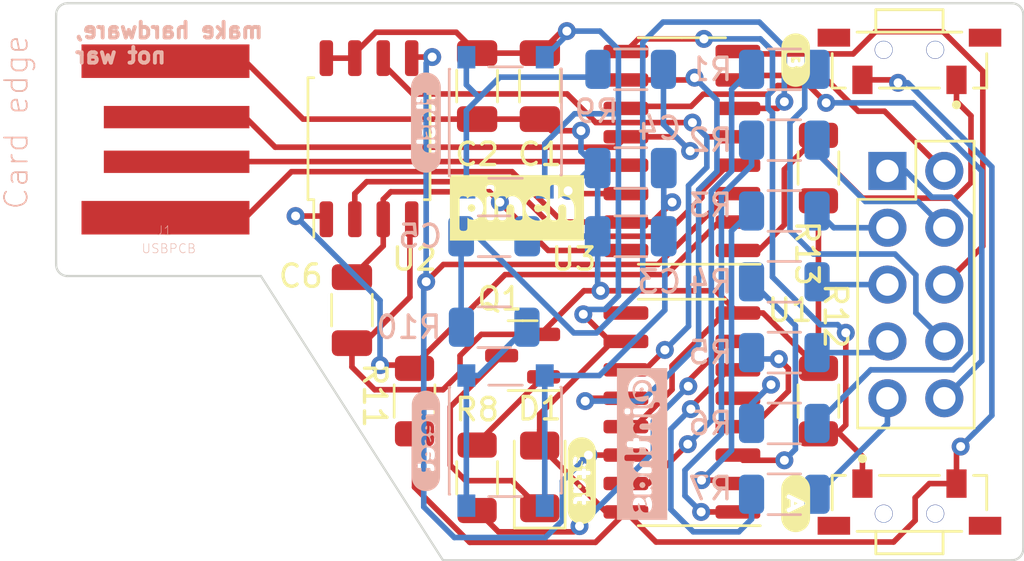
<source format=kicad_pcb>
(kicad_pcb (version 20211014) (generator pcbnew)
  (layers (0 "F.Cu" signal) (31 "B.Cu" signal) (34 "B.Paste" user) (35 "F.Paste" user) (36 "B.SilkS" user "B.Silkscreen") (37 "F.SilkS" user "F.Silkscreen") (38 "B.Mask" user) (39 "F.Mask" user) (44 "Edge.Cuts" user))
  (net 0 "")
  (net 1 "VCC")
  (net 2 "GND")
  (net 3 "VBUS")
  (net 4 "RESET")
  (net 5 "Net-(D1-Pad1)")
  (net 6 "P3.6")
  (net 7 "Net-(Q1-Pad1)")
  (net 8 "Net-(R1-Pad1)")
  (net 9 "Net-(DS1-Pad7)")
  (net 10 "Net-(R2-Pad1)")
  (net 11 "Net-(DS1-Pad9)")
  (net 12 "Net-(R3-Pad1)")
  (net 13 "Net-(DS1-Pad2)")
  (net 14 "Net-(R4-Pad1)")
  (net 15 "Net-(DS1-Pad3)")
  (net 16 "Net-(R5-Pad1)")
  (net 17 "Net-(DS1-Pad4)")
  (net 18 "Net-(R6-Pad1)")
  (net 19 "Net-(DS1-Pad1)")
  (net 20 "Net-(R7-Pad1)")
  (net 21 "Net-(DS1-Pad5)")
  (net 22 "Net-(R8-Pad1)")
  (net 23 "Net-(R9-Pad2)")
  (net 24 "Net-(R10-Pad2)")
  (net 25 "P1.4")
  (net 26 "P1.1")
  (net 27 "P3.2")
  (net 29 "P1.7")
  (net 30 "P3.3")
  (net 31 "P1.5")
  (net 32 "P1.6")
  (net 33 "P3.1")
  (net 34 "P3.0")
  (net 35 "P3.4")
  (net 36 "P3.7")
  (footprint "libraries:SW_TL3330AF130QG" (layer "F.Cu") (at 154.94 81.534 180)
    (fp_text reference "SW4" hide)
    (fp_text value "BUTTON_B" hide)
  )
  (footprint "libraries:Display_2531AB" (layer "F.Cu") (at 155.48 85.852)
    (fp_text reference "DS1" hide)
    (fp_text value "NET-2531AB-11" hide)
  )
  (footprint "Capacitor_SMD:C_1206_3216Metric" (layer "F.Cu") (at 135.636 82.698 -90)
    (fp_text reference "C2")
    (fp_text value "0.1uF")
  )
  (footprint "Resistor_SMD:R_1206_3216Metric" (layer "F.Cu") (at 150.876 86.36 90)
    (fp_text reference "R13")
    (fp_text value "10K")
  )
  (footprint "Capacitor_SMD:C_1206_3216Metric" (layer "F.Cu") (at 130.048 92.71 90)
    (fp_text reference "C6")
    (fp_text value "0.1uF")
  )
  (footprint "Package_SO:SOIC-8_5.23x5.23mm_P1.27mm" (layer "F.Cu") (at 130.81 85.048 90)
    (fp_text reference "U2")
    (fp_text value "W25Q32JVSS")
  )
  (footprint "Resistor_SMD:R_1206_3216Metric" (layer "F.Cu") (at 135.636 100.202 90)
    (fp_text reference "R8")
    (fp_text value "1K")
  )
  (footprint "kibuzzard-63728B2A" (layer "F.Cu") (at 140.308 100.33 -90)
    (fp_text reference "kibuzzard-63728B2A" hide)
    (fp_text value "G***" hide)
  )
  (footprint "kibuzzard-63727E80" (layer "F.Cu") (at 149.86 81.534 -90)
    (fp_text reference "kibuzzard-63727E80" hide)
    (fp_text value "G***" hide)
  )
  (footprint "libraries:USB-A-PCB" (layer "F.Cu") (at 121.92 85.0816)
    (fp_text reference "J1")
    (fp_text value "USBPCB")
  )
  (footprint "Capacitor_SMD:C_1206_3216Metric" (layer "F.Cu") (at 138.438 82.698 -90)
    (fp_text reference "C1")
    (fp_text value "0.1uF")
  )
  (footprint "Resistor_SMD:R_1206_3216Metric" (layer "F.Cu") (at 150.876 96.774 -90)
    (fp_text reference "R12")
    (fp_text value "10K")
  )
  (footprint "libraries:SW_TL3330AF130QG" (layer "F.Cu") (at 154.94 101.346)
    (fp_text reference "SW3" hide)
    (fp_text value "BUTTON_A" hide)
  )
  (footprint "Package_SO:SOP-16_3.9x9.9mm_P1.27mm" (layer "F.Cu") (at 144.78 85.598 180)
    (fp_text reference "U3")
    (fp_text value "CH552G")
  )
  (footprint "Resistor_SMD:R_1206_3216Metric" (layer "F.Cu") (at 132.842 96.774 90)
    (fp_text reference "R11")
    (fp_text value "4.7K")
  )
  (footprint "Package_SO:SOP-16_3.9x9.9mm_P1.27mm" (layer "F.Cu") (at 144.78 97.282 180)
    (fp_text reference "U1")
    (fp_text value "74HC595")
  )
  (footprint "kibuzzard-637287DB" (layer "F.Cu") (at 137.414 88.138)
    (fp_text reference "kibuzzard-637287DB" hide)
    (fp_text value "G***" hide)
  )
  (footprint "LED_SMD:LED_1206_3216Metric" (layer "F.Cu") (at 138.43 100.162 90)
    (fp_text reference "D1")
    (fp_text value "LED")
  )
  (footprint "Package_TO_SOT_SMD:SOT-23" (layer "F.Cu") (at 137.668 94.742 180)
    (fp_text reference "Q1")
    (fp_text value "BC847")
  )
  (footprint "kibuzzard-63727E71" (layer "F.Cu") (at 149.86 101.346 -90)
    (fp_text reference "kibuzzard-63727E71" hide)
    (fp_text value "G***" hide)
  )
  (footprint "Resistor_SMD:R_1206_3216Metric" (layer "B.Cu") (at 142.494 81.948 180)
    (fp_text reference "R9")
    (fp_text value "10K")
  )
  (footprint "kibuzzard-63728C1B" (layer "B.Cu") (at 143.002 98.691565 -90)
    (fp_text reference "kibuzzard-63728C1B" hide)
    (fp_text value "G***" hide)
  )
  (footprint "Capacitor_SMD:C_1206_3216Metric" (layer "B.Cu") (at 136.398 89.408)
    (fp_text reference "C5")
    (fp_text value "0.1uF")
  )
  (footprint "Resistor_SMD:R_1206_3216Metric" (layer "B.Cu") (at 149.352 94.6075)
    (fp_text reference "R5")
    (fp_text value "1K")
  )
  (footprint "Resistor_SMD:R_1206_3216Metric" (layer "B.Cu") (at 149.352 91.4426)
    (fp_text reference "R4")
    (fp_text value "1K")
  )
  (footprint "Resistor_SMD:R_1206_3216Metric" (layer "B.Cu") (at 149.352 97.7723)
    (fp_text reference "R6")
    (fp_text value "1K")
  )
  (footprint "Resistor_SMD:R_1206_3216Metric" (layer "B.Cu") (at 149.352 81.948)
    (fp_text reference "R1")
    (fp_text value "1K")
  )
  (footprint "Capacitor_SMD:C_1206_3216Metric" (layer "B.Cu") (at 142.494 86.36 180)
    (fp_text reference "C4")
    (fp_text value "4.7uF")
  )
  (footprint "Resistor_SMD:R_1206_3216Metric" (layer "B.Cu") (at 149.352 100.9372)
    (fp_text reference "R7")
    (fp_text value "1K")
  )
  (footprint "kibuzzard-63728AF8" (layer "B.Cu") (at 133.35 84.328 -90)
    (fp_text reference "kibuzzard-63728AF8" hide)
    (fp_text value "G***" hide)
  )
  (footprint "libraries:SW_Push_45x45mm_H1.5mm" (layer "B.Cu") (at 136.906 84.328 -90)
    (fp_text reference "SW1" hide)
    (fp_text value "FLASH" hide)
  )
  (footprint "Capacitor_SMD:C_1206_3216Metric" (layer "B.Cu") (at 142.494 89.408 180)
    (fp_text reference "C3")
    (fp_text value "0.1uF")
  )
  (footprint "Resistor_SMD:R_1206_3216Metric" (layer "B.Cu") (at 149.352 88.2777)
    (fp_text reference "R3")
    (fp_text value "1K")
  )
  (footprint "Resistor_SMD:R_1206_3216Metric" (layer "B.Cu") (at 149.352 85.1129)
    (fp_text reference "R2")
    (fp_text value "1K")
  )
  (footprint "libraries:SW_Push_45x45mm_H1.5mm" (layer "B.Cu") (at 136.906 98.552 -90)
    (fp_text reference "SW2" hide)
    (fp_text value "RESET" hide)
  )
  (footprint "kibuzzard-63728AEE" (layer "B.Cu") (at 133.35 98.552 -90)
    (fp_text reference "kibuzzard-63728AEE" hide)
    (fp_text value "G***" hide)
  )
  (footprint "Resistor_SMD:R_1206_3216Metric" (layer "B.Cu") (at 136.398 93.472)
    (fp_text reference "R10")
    (fp_text value "330R")
  )
  (gr_arc (start 160.02 103.378) (mid 159.87121 103.73721) (end 159.512 103.886) (layer "Edge.Cuts") (width 0.1))
  (gr_line (start 159.512 103.886) (end 134.112 103.886) (layer "Edge.Cuts") (width 0.1))
  (gr_line (start 116.84 90.678) (end 116.84 79.502) (layer "Edge.Cuts") (width 0.1))
  (gr_arc (start 116.84 79.502) (mid 116.98879 79.14279) (end 117.348 78.994) (layer "Edge.Cuts") (width 0.1))
  (gr_arc (start 159.512 78.994) (mid 159.87121 79.14279) (end 160.02 79.502) (layer "Edge.Cuts") (width 0.1))
  (gr_line (start 160.02 79.502) (end 160.02 103.378) (layer "Edge.Cuts") (width 0.1))
  (gr_line (start 125.984 91.186) (end 117.348 91.186) (layer "Edge.Cuts") (width 0.1))
  (gr_line (start 134.112 103.886) (end 125.984 91.186) (layer "Edge.Cuts") (width 0.1))
  (gr_line (start 117.348 78.994) (end 159.512 78.994) (layer "Edge.Cuts") (width 0.1))
  (gr_arc (start 117.348 91.186) (mid 116.98879 91.03721) (end 116.84 90.678) (layer "Edge.Cuts") (width 0.1))
  (gr_text "make hardware,\nnot war" (at 117.602 80.772) (layer "B.SilkS") (effects (font (size 0.7 0.7) (thickness 0.175)) (justify right mirror)))
  (segment (start 131.113 80.2899) (end 130.175 81.2279) (width 0.25) (layer "F.Cu") (net 1))
  (segment (start 141.5763 94.107) (end 141.5763 94.2129) (width 0.25) (layer "F.Cu") (net 1))
  (segment (start 138.43 98.762) (end 141.395 101.727) (width 0.25) (layer "F.Cu") (net 1))
  (segment (start 138.438 81.223) (end 139.4213 80.2397) (width 0.25) (layer "F.Cu") (net 1))
  (segment (start 131.445 89.838) (end 130.048 91.235) (width 0.25) (layer "F.Cu") (net 1))
  (segment (start 139.4213 80.2397) (end 139.6419 80.2397) (width 0.25) (layer "F.Cu") (net 1))
  (segment (start 138.43 98.0606) (end 138.43 98.2927) (width 0.25) (layer "F.Cu") (net 1))
  (segment (start 131.7815 87.4205) (end 136.1885 87.4205) (width 0.25) (layer "F.Cu") (net 1))
  (segment (start 142.28 94.107) (end 141.5763 94.107) (width 0.25) (layer "F.Cu") (net 1))
  (segment (start 138.811 90.043) (end 142.28 90.043) (width 0.25) (layer "F.Cu") (net 1))
  (segment (start 138.43 97.3592) (end 138.43 98.0606) (width 0.25) (layer "F.Cu") (net 1))
  (segment (start 138.43 98.0606) (end 138.43 98.762) (width 0.25) (layer "F.Cu") (net 1))
  (segment (start 135.307827 103.087) (end 140.92 103.087) (width 0.25) (layer "F.Cu") (net 1))
  (segment (start 152.84 82.419) (end 154.301 82.419) (width 0.25) (layer "F.Cu") (net 1))
  (segment (start 155.825 100.461) (end 157.04 100.461) (width 0.25) (layer "F.Cu") (net 1))
  (segment (start 155.194 102.108) (end 155.194 101.092) (width 0.25) (layer "F.Cu") (net 1))
  (segment (start 141.5763 94.107) (end 140.3762 92.9069) (width 0.25) (layer "F.Cu") (net 1))
  (segment (start 135.636 81.223) (end 134.7029 80.2899) (width 0.25) (layer "F.Cu") (net 1))
  (segment (start 154.301 82.419) (end 154.432 82.55) (width 0.25) (layer "F.Cu") (net 1))
  (segment (start 154.231 103.071) (end 155.194 102.108) (width 0.25) (layer "F.Cu") (net 1))
  (segment (start 140.3762 92.9069) (end 140.3762 92.8958) (width 0.25) (layer "F.Cu") (net 1))
  (segment (start 130.175 81.2279) (end 130.175 81.448) (width 0.25) (layer "F.Cu") (net 1))
  (segment (start 141.5763 94.2129) (end 138.43 97.3592) (width 0.25) (layer "F.Cu") (net 1))
  (segment (start 128.905 81.448) (end 130.175 81.448) (width 0.25) (layer "F.Cu") (net 1))
  (segment (start 143.624 103.071) (end 154.231 103.071) (width 0.25) (layer "F.Cu") (net 1))
  (segment (start 155.194 101.092) (end 155.825 100.461) (width 0.25) (layer "F.Cu") (net 1))
  (segment (start 132.842 100.621173) (end 135.307827 103.087) (width 0.25) (layer "F.Cu") (net 1))
  (segment (start 141.395 101.727) (end 142.28 101.727) (width 0.25) (layer "F.Cu") (net 1))
  (segment (start 131.445 87.757) (end 131.7815 87.4205) (width 0.25) (layer "F.Cu") (net 1))
  (segment (start 136.1885 87.4205) (end 136.652 87.884) (width 0.25) (layer "F.Cu") (net 1))
  (segment (start 142.28 101.727) (end 143.624 103.071) (width 0.25) (layer "F.Cu") (net 1))
  (segment (start 157.04 98.992) (end 157.226 98.806) (width 0.25) (layer "F.Cu") (net 1))
  (segment (start 131.445 88.648) (end 131.445 87.757) (width 0.25) (layer "F.Cu") (net 1))
  (segment (start 132.842 98.2365) (end 132.842 100.621173) (width 0.25) (layer "F.Cu") (net 1))
  (segment (start 139.6419 80.2397) (end 139.6419 80.2396) (width 0.25) (layer "F.Cu") (net 1))
  (segment (start 131.445 88.648) (end 131.445 89.838) (width 0.25) (layer "F.Cu") (net 1))
  (segment (start 157.04 100.461) (end 157.04 98.992) (width 0.25) (layer "F.Cu") (net 1))
  (segment (start 140.92 103.087) (end 142.28 101.727) (width 0.25) (layer "F.Cu") (net 1))
  (segment (start 135.636 81.223) (end 138.438 81.223) (width 0.25) (layer "F.Cu") (net 1))
  (segment (start 136.652 87.884) (end 138.811 90.043) (width 0.25) (layer "F.Cu") (net 1))
  (segment (start 134.7029 80.2899) (end 131.113 80.2899) (width 0.25) (layer "F.Cu") (net 1))
  (via (at 140.3762 92.8958) (size 0.8) (drill 0.4) (layers "F.Cu" "B.Cu") (net 1))
  (via (at 157.226 98.806) (size 0.8) (drill 0.4) (layers "F.Cu" "B.Cu") (net 1))
  (via (at 154.432 82.55) (size 0.8) (drill 0.4) (layers "F.Cu" "B.Cu") (net 1))
  (via (at 136.652 87.884) (size 0.8) (drill 0.4) (layers "F.Cu" "B.Cu") (net 1))
  (via (at 139.6419 80.2396) (size 0.8) (drill 0.4) (layers "F.Cu" "B.Cu") (net 1))
  (segment (start 158.6191 97.4129) (end 158.6191 86.307904) (width 0.25) (layer "B.Cu") (net 1))
  (segment (start 140.5933 92.6787) (end 140.3762 92.8958) (width 0.25) (layer "B.Cu") (net 1))
  (segment (start 141.3381 92.6787) (end 140.5933 92.6787) (width 0.25) (layer "B.Cu") (net 1))
  (segment (start 139.6419 80.4211) (end 138.656 81.407) (width 0.25) (layer "B.Cu") (net 1))
  (segment (start 141.9451 83.9318) (end 139.9923 83.9318) (width 0.25) (layer "B.Cu") (net 1))
  (segment (start 141.9451 83.9318) (end 141.9451 92.0717) (width 0.25) (layer "B.Cu") (net 1))
  (segment (start 157.226 98.806) (end 158.6191 97.4129) (width 0.25) (layer "B.Cu") (net 1))
  (segment (start 141.1191 80.2396) (end 141.9451 81.0656) (width 0.25) (layer "B.Cu") (net 1))
  (segment (start 154.861196 82.55) (end 154.432 82.55) (width 0.25) (layer "B.Cu") (net 1))
  (segment (start 141.9451 81.0656) (end 141.9451 83.9318) (width 0.25) (layer "B.Cu") (net 1))
  (segment (start 139.9923 83.9318) (end 138.656 85.2681) (width 0.25) (layer "B.Cu") (net 1))
  (segment (start 137.3124 87.2236) (end 136.652 87.884) (width 0.25) (layer "B.Cu") (net 1))
  (segment (start 139.6419 80.2396) (end 139.6419 80.4211) (width 0.25) (layer "B.Cu") (net 1))
  (segment (start 138.656 85.2681) (end 138.656 87.2236) (width 0.25) (layer "B.Cu") (net 1))
  (segment (start 138.656 87.2236) (end 137.3124 87.2236) (width 0.25) (layer "B.Cu") (net 1))
  (segment (start 158.6191 86.307904) (end 154.861196 82.55) (width 0.25) (layer "B.Cu") (net 1))
  (segment (start 139.6419 80.2396) (end 141.1191 80.2396) (width 0.25) (layer "B.Cu") (net 1))
  (segment (start 141.9451 92.0717) (end 141.3381 92.6787) (width 0.25) (layer "B.Cu") (net 1))
  (segment (start 144.3398 95.191505) (end 146.694305 92.837) (width 0.25) (layer "F.Cu") (net 2))
  (segment (start 135.636 84.173) (end 127.8686 84.173) (width 0.25) (layer "F.Cu") (net 2))
  (segment (start 130.048 94.185) (end 130.048 95.25) (width 0.25) (layer "F.Cu") (net 2))
  (segment (start 144.3398 96.258951) (end 144.3398 95.191505) (width 0.25) (layer "F.Cu") (net 2))
  (segment (start 139.827 87.503) (end 139.7 87.376) (width 0.25) (layer "F.Cu") (net 2))
  (segment (start 134.112 96.266) (end 134.874 95.504) (width 0.25) (layer "F.Cu") (net 2))
  (segment (start 142.28 97.917) (end 142.681751 97.917) (width 0.25) (layer "F.Cu") (net 2))
  (segment (start 140.4025 91.8441) (end 138.6055 93.6411) (width 0.25) (layer "F.Cu") (net 2))
  (segment (start 140.2737 84.6912) (end 138.9562 84.6912) (width 0.25) (layer "F.Cu") (net 2))
  (segment (start 141.1472 91.8441) (end 146.2871 91.8441) (width 0.25) (layer "F.Cu") (net 2))
  (segment (start 146.2871 91.8441) (end 147.28 92.837) (width 0.25) (layer "F.Cu") (net 2))
  (segment (start 130.048 95.25) (end 131.064 96.266) (width 0.25) (layer "F.Cu") (net 2))
  (segment (start 125.22962 81.53402) (end 127.8686 84.173) (width 0.25) (layer "F.Cu") (net 2))
  (segment (start 150.876 87.8225) (end 150.876 95.3115) (width 0.25) (layer "F.Cu") (net 2))
  (segment (start 134.874 94.742) (end 135.824 93.792) (width 0.25) (layer "F.Cu") (net 2))
  (segment (start 132.6367 88.7263) (end 132.6367 92.1257) (width 0.25) (layer "F.Cu") (net 2))
  (segment (start 130.5774 94.185) (end 130.048 94.185) (width 0.25) (layer "F.Cu") (net 2))
  (segment (start 142.28 87.503) (end 139.827 87.503) (width 0.25) (layer "F.Cu") (net 2))
  (segment (start 135.824 93.792) (end 138.6055 93.792) (width 0.25) (layer "F.Cu") (net 2))
  (segment (start 132.6367 92.1257) (end 130.5774 94.185) (width 0.25) (layer "F.Cu") (net 2))
  (segment (start 138.6055 93.6411) (end 138.6055 93.792) (width 0.25) (layer "F.Cu") (net 2))
  (segment (start 121.72188 81.53402) (end 125.22962 81.53402) (width 0.25) (layer "F.Cu") (net 2))
  (segment (start 138.438 84.173) (end 135.636 84.173) (width 0.25) (layer "F.Cu") (net 2))
  (segment (start 146.694305 92.837) (end 147.28 92.837) (width 0.25) (layer "F.Cu") (net 2))
  (segment (start 131.064 96.266) (end 134.112 96.266) (width 0.25) (layer "F.Cu") (net 2))
  (segment (start 148.4015 92.837) (end 147.28 92.837) (width 0.25) (layer "F.Cu") (net 2))
  (segment (start 134.874 95.504) (end 134.874 94.742) (width 0.25) (layer "F.Cu") (net 2))
  (segment (start 138.9562 84.6912) (end 138.438 84.173) (width 0.25) (layer "F.Cu") (net 2))
  (segment (start 132.715 88.648) (end 132.6367 88.7263) (width 0.25) (layer "F.Cu") (net 2))
  (segment (start 142.681751 97.917) (end 144.3398 96.258951) (width 0.25) (layer "F.Cu") (net 2))
  (segment (start 150.876 95.3115) (end 148.4015 92.837) (width 0.25) (layer "F.Cu") (net 2))
  (segment (start 141.1472 91.8441) (end 140.4025 91.8441) (width 0.25) (layer "F.Cu") (net 2))
  (via (at 141.1472 91.8441) (size 0.8) (drill 0.4) (layers "F.Cu" "B.Cu") (net 2))
  (via (at 139.7 87.376) (size 0.8) (drill 0.4) (layers "F.Cu" "B.Cu") (net 2))
  (via (at 140.2737 84.6912) (size 0.8) (drill 0.4) (layers "F.Cu" "B.Cu") (net 2))
  (segment (start 141.019 91.7159) (end 141.1472 91.8441) (width 0.25) (layer "B.Cu") (net 2))
  (segment (start 141.019 89.408) (end 141.019 86.8387) (width 0.25) (layer "B.Cu") (net 2))
  (segment (start 141.019 89.408) (end 141.019 90.2697) (width 0.25) (layer "B.Cu") (net 2))
  (segment (start 137.873 89.408) (end 141.019 89.408) (width 0.25) (layer "B.Cu") (net 2))
  (segment (start 140.2737 85.6147) (end 140.2737 84.6912) (width 0.25) (layer "B.Cu") (net 2))
  (segment (start 140.716 86.36) (end 139.7 87.376) (width 0.25) (layer "B.Cu") (net 2))
  (segment (start 141.019 86.36) (end 140.716 86.36) (width 0.25) (layer "B.Cu") (net 2))
  (segment (start 141.019 90.2697) (end 141.019 91.7159) (width 0.25) (layer "B.Cu") (net 2))
  (segment (start 141.019 86.36) (end 140.2737 85.6147) (width 0.25) (layer "B.Cu") (net 2))
  (segment (start 141.019 86.8387) (end 141.019 86.36) (width 0.25) (layer "B.Cu") (net 2))
  (segment (start 127.3475 86.5205) (end 137.194896 86.5205) (width 0.25) (layer "F.Cu") (net 3))
  (segment (start 144.3457 87.8871) (end 143.4598 88.773) (width 0.25) (layer "F.Cu") (net 3))
  (segment (start 125.33882 88.52918) (end 127.3475 86.5205) (width 0.25) (layer "F.Cu") (net 3))
  (segment (start 121.72188 88.52918) (end 125.33882 88.52918) (width 0.25) (layer "F.Cu") (net 3))
  (segment (start 139.447396 88.773) (end 142.28 88.773) (width 0.25) (layer "F.Cu") (net 3))
  (segment (start 137.194896 86.5205) (end 139.447396 88.773) (width 0.25) (layer "F.Cu") (net 3))
  (segment (start 143.4598 88.773) (end 142.28 88.773) (width 0.25) (layer "F.Cu") (net 3))
  (via (at 144.3457 87.8871) (size 0.8) (drill 0.4) (layers "F.Cu" "B.Cu") (net 3))
  (segment (start 138.656 95.631) (end 141.097 95.631) (width 0.25) (layer "B.Cu") (net 3))
  (segment (start 143.969 87.8871) (end 144.3457 87.8871) (width 0.25) (layer "B.Cu") (net 3))
  (segment (start 144.018 92.71) (end 144.018 89.457) (width 0.25) (layer "B.Cu") (net 3))
  (segment (start 141.097 95.631) (end 144.018 92.71) (width 0.25) (layer "B.Cu") (net 3))
  (segment (start 138.656 95.631) (end 138.656 101.4476) (width 0.25) (layer "B.Cu") (net 3))
  (segment (start 143.969 87.8871) (end 143.969 89.408) (width 0.25) (layer "B.Cu") (net 3))
  (segment (start 143.969 86.36) (end 143.969 87.8871) (width 0.25) (layer "B.Cu") (net 3))
  (segment (start 144.018 89.457) (end 143.969 89.408) (width 0.25) (layer "B.Cu") (net 3))
  (segment (start 147.28 83.693) (end 149.0572 83.693) (width 0.25) (layer "F.Cu") (net 4))
  (segment (start 149.0572 83.693) (end 149.3531 83.3971) (width 0.25) (layer "F.Cu") (net 4))
  (via (at 149.3531 83.3971) (size 0.8) (drill 0.4) (layers "F.Cu" "B.Cu") (net 4))
  (segment (start 148.2379 79.8372) (end 149.3531 80.9524) (width 0.25) (layer "B.Cu") (net 4))
  (segment (start 139.954 93.726) (end 137.668 91.44) (width 0.25) (layer "B.Cu") (net 4))
  (segment (start 134.923 89.408) (end 134.923 93.4595) (width 0.25) (layer "B.Cu") (net 4))
  (segment (start 134.923 93.4595) (end 134.9355 93.472) (width 0.25) (layer "B.Cu") (net 4))
  (segment (start 143.0316 91.6639) (end 143.0316 80.7424) (width 0.25) (layer "B.Cu") (net 4))
  (segment (start 135.636 89.408) (end 137.668 91.44) (width 0.25) (layer "B.Cu") (net 4))
  (segment (start 140.9695 93.726) (end 143.0316 91.6639) (width 0.25) (layer "B.Cu") (net 4))
  (segment (start 140.9695 93.726) (end 139.954 93.726) (width 0.25) (layer "B.Cu") (net 4))
  (segment (start 134.923 89.408) (end 135.636 89.408) (width 0.25) (layer "B.Cu") (net 4))
  (segment (start 143.0316 80.7424) (end 143.9368 79.8372) (width 0.25) (layer "B.Cu") (net 4))
  (segment (start 143.9368 79.8372) (end 148.2379 79.8372) (width 0.25) (layer "B.Cu") (net 4))
  (segment (start 149.3531 80.9524) (end 149.3531 83.3971) (width 0.25) (layer "B.Cu") (net 4))
  (segment (start 137.198 100.33) (end 138.43 101.562) (width 0.25) (layer "F.Cu") (net 5))
  (segment (start 134.436 97.0365) (end 134.436 99.638) (width 0.25) (layer "F.Cu") (net 5))
  (segment (start 135.128 100.33) (end 137.198 100.33) (width 0.25) (layer "F.Cu") (net 5))
  (segment (start 134.436 99.638) (end 135.128 100.33) (width 0.25) (layer "F.Cu") (net 5))
  (segment (start 136.7305 94.742) (end 134.436 97.0365) (width 0.25) (layer "F.Cu") (net 5))
  (segment (start 141.8153 85.4277) (end 142.28 84.963) (width 0.25) (layer "F.Cu") (net 6))
  (segment (start 126.6226 85.4277) (end 141.8153 85.4277) (width 0.25) (layer "F.Cu") (net 6))
  (segment (start 122.21972 84.03338) (end 125.22828 84.03338) (width 0.25) (layer "F.Cu") (net 6))
  (segment (start 144.5128 84.963) (end 145.1478 85.598) (width 0.25) (layer "F.Cu") (net 6))
  (segment (start 142.28 84.963) (end 144.5128 84.963) (width 0.25) (layer "F.Cu") (net 6))
  (segment (start 125.22828 84.03338) (end 126.6226 85.4277) (width 0.25) (layer "F.Cu") (net 6))
  (via (at 145.1478 85.598) (size 0.8) (drill 0.4) (layers "F.Cu" "B.Cu") (net 6))
  (segment (start 143.9565 84.4067) (end 145.1478 85.598) (width 0.25) (layer "B.Cu") (net 6))
  (segment (start 143.9565 81.948) (end 143.9565 84.4067) (width 0.25) (layer "B.Cu") (net 6))
  (segment (start 135.636 98.6615) (end 138.6055 95.692) (width 0.25) (layer "F.Cu") (net 7))
  (segment (start 135.636 98.7395) (end 135.636 98.6615) (width 0.25) (layer "F.Cu") (net 7))
  (segment (start 145.0423 98.6992) (end 143.2845 100.457) (width 0.25) (layer "F.Cu") (net 8))
  (segment (start 143.2845 100.457) (end 142.28 100.457) (width 0.25) (layer "F.Cu") (net 8))
  (via (at 145.0423 98.6992) (size 0.8) (drill 0.4) (layers "F.Cu" "B.Cu") (net 8))
  (segment (start 147.8895 81.948) (end 147.0001 82.8374) (width 0.25) (layer "B.Cu") (net 8))
  (segment (start 147.0001 82.8374) (end 147.0001 86.4922) (width 0.25) (layer "B.Cu") (net 8))
  (segment (start 146.0941 87.3982) (end 146.0941 97.6474) (width 0.25) (layer "B.Cu") (net 8))
  (segment (start 147.0001 86.4922) (end 146.0941 87.3982) (width 0.25) (layer "B.Cu") (net 8))
  (segment (start 146.0941 97.6474) (end 145.0423 98.6992) (width 0.25) (layer "B.Cu") (net 8))
  (segment (start 150.263827 83.670173) (end 149.606 84.328) (width 0.25) (layer "B.Cu") (net 9))
  (segment (start 149.606 84.328) (end 149.606 89.154) (width 0.25) (layer "B.Cu") (net 9))
  (segment (start 150.263827 82.498673) (end 150.263827 83.670173) (width 0.25) (layer "B.Cu") (net 9))
  (segment (start 150.8145 81.948) (end 150.263827 82.498673) (width 0.25) (layer "B.Cu") (net 9))
  (segment (start 155.226 91.1362) (end 155.226 92.837) (width 0.25) (layer "B.Cu") (net 9))
  (segment (start 155.226 92.837) (end 156.496 94.107) (width 0.25) (layer "B.Cu") (net 9))
  (segment (start 149.606 89.154) (end 150.6542 90.2022) (width 0.25) (layer "B.Cu") (net 9))
  (segment (start 150.6542 90.2022) (end 154.292 90.2022) (width 0.25) (layer "B.Cu") (net 9))
  (segment (start 154.292 90.2022) (end 155.226 91.1362) (width 0.25) (layer "B.Cu") (net 9))
  (segment (start 147.28 101.727) (end 145.6395 101.727) (width 0.25) (layer "F.Cu") (net 10))
  (via (at 145.6395 101.727) (size 0.8) (drill 0.4) (layers "F.Cu" "B.Cu") (net 10))
  (segment (start 144.9162 99.8609) (end 146.5443 98.2328) (width 0.25) (layer "B.Cu") (net 10))
  (segment (start 145.6395 101.727) (end 144.9162 101.0037) (width 0.25) (layer "B.Cu") (net 10))
  (segment (start 144.9162 101.0037) (end 144.9162 99.8609) (width 0.25) (layer "B.Cu") (net 10))
  (segment (start 146.5443 87.5845) (end 147.8895 86.2393) (width 0.25) (layer "B.Cu") (net 10))
  (segment (start 147.8895 86.2393) (end 147.8895 85.1129) (width 0.25) (layer "B.Cu") (net 10))
  (segment (start 146.5443 98.2328) (end 146.5443 87.5845) (width 0.25) (layer "B.Cu") (net 10))
  (segment (start 150.8145 85.1129) (end 150.8145 85.6955) (width 0.25) (layer "B.Cu") (net 11))
  (segment (start 152.971 87.852) (end 155.321 87.852) (width 0.25) (layer "B.Cu") (net 11))
  (segment (start 150.8145 85.6955) (end 152.971 87.852) (width 0.25) (layer "B.Cu") (net 11))
  (segment (start 155.321 87.852) (end 156.496 89.027) (width 0.25) (layer "B.Cu") (net 11))
  (segment (start 147.28 100.457) (end 147.1302 100.3072) (width 0.25) (layer "F.Cu") (net 12))
  (segment (start 147.1302 100.3072) (end 145.657 100.3072) (width 0.25) (layer "F.Cu") (net 12))
  (via (at 145.657 100.3072) (size 0.8) (drill 0.4) (layers "F.Cu" "B.Cu") (net 12))
  (segment (start 146.9944 89.1728) (end 147.8895 88.2777) (width 0.25) (layer "B.Cu") (net 12))
  (segment (start 145.657 100.3072) (end 146.9944 98.9698) (width 0.25) (layer "B.Cu") (net 12))
  (segment (start 146.9944 98.9698) (end 146.9944 89.1728) (width 0.25) (layer "B.Cu") (net 12))
  (segment (start 150.8145 88.2777) (end 151.5638 89.027) (width 0.25) (layer "B.Cu") (net 13))
  (segment (start 151.5638 89.027) (end 153.956 89.027) (width 0.25) (layer "B.Cu") (net 13))
  (segment (start 149.3543 99.4192) (end 147.5122 99.4192) (width 0.25) (layer "F.Cu") (net 14))
  (segment (start 147.5122 99.4192) (end 147.28 99.187) (width 0.25) (layer "F.Cu") (net 14))
  (via (at 149.3543 99.4192) (size 0.8) (drill 0.4) (layers "F.Cu" "B.Cu") (net 14))
  (segment (start 149.8472 93.4003) (end 147.8895 91.4426) (width 0.25) (layer "B.Cu") (net 14))
  (segment (start 149.3543 99.4192) (end 149.8472 98.9263) (width 0.25) (layer "B.Cu") (net 14))
  (segment (start 149.8472 98.9263) (end 149.8472 93.4003) (width 0.25) (layer "B.Cu") (net 14))
  (segment (start 150.8145 91.4426) (end 150.9389 91.567) (width 0.25) (layer "B.Cu") (net 15))
  (segment (start 150.9389 91.567) (end 153.956 91.567) (width 0.25) (layer "B.Cu") (net 15))
  (segment (start 149.5348 96.3304) (end 149.5348 95.3218) (width 0.25) (layer "F.Cu") (net 16))
  (segment (start 149.5348 95.3218) (end 149.107 94.894) (width 0.25) (layer "F.Cu") (net 16))
  (segment (start 147.28 97.917) (end 147.9482 97.917) (width 0.25) (layer "F.Cu") (net 16))
  (segment (start 147.9482 97.917) (end 149.5348 96.3304) (width 0.25) (layer "F.Cu") (net 16))
  (via (at 149.107 94.894) (size 0.8) (drill 0.4) (layers "F.Cu" "B.Cu") (net 16))
  (segment (start 147.8895 94.6075) (end 148.176 94.894) (width 0.25) (layer "B.Cu") (net 16))
  (segment (start 148.176 94.894) (end 149.107 94.894) (width 0.25) (layer "B.Cu") (net 16))
  (segment (start 153.4555 94.6075) (end 153.956 94.107) (width 0.25) (layer "B.Cu") (net 17))
  (segment (start 150.8145 94.6075) (end 153.4555 94.6075) (width 0.25) (layer "B.Cu") (net 17))
  (segment (start 148.1537 96.647) (end 148.7595 96.0412) (width 0.25) (layer "F.Cu") (net 18))
  (segment (start 147.28 96.647) (end 148.1537 96.647) (width 0.25) (layer "F.Cu") (net 18))
  (via (at 148.7595 96.0412) (size 0.8) (drill 0.4) (layers "F.Cu" "B.Cu") (net 18))
  (segment (start 147.8895 96.9112) (end 147.8895 97.7723) (width 0.25) (layer "B.Cu") (net 18))
  (segment (start 148.7595 96.0412) (end 147.8895 96.9112) (width 0.25) (layer "B.Cu") (net 18))
  (segment (start 156.7985 87.6621) (end 155.9389 87.6621) (width 0.25) (layer "B.Cu") (net 19))
  (segment (start 154.7638 86.487) (end 155.9389 87.6621) (width 0.25) (layer "B.Cu") (net 19))
  (segment (start 157.6781 94.587) (end 157.6781 88.5417) (width 0.25) (layer "B.Cu") (net 19))
  (segment (start 153.956 86.487) (end 154.7638 86.487) (width 0.25) (layer "B.Cu") (net 19))
  (segment (start 156.8881 95.377) (end 157.6781 94.587) (width 0.25) (layer "B.Cu") (net 19))
  (segment (start 157.6781 88.5417) (end 156.7985 87.6621) (width 0.25) (layer "B.Cu") (net 19))
  (segment (start 150.8145 97.7723) (end 153.2098 95.377) (width 0.25) (layer "B.Cu") (net 19))
  (segment (start 153.2098 95.377) (end 156.8881 95.377) (width 0.25) (layer "B.Cu") (net 19))
  (segment (start 145.1786 97.1312) (end 145.1786 97.0433) (width 0.25) (layer "F.Cu") (net 20))
  (segment (start 146.8449 95.377) (end 147.28 95.377) (width 0.25) (layer "F.Cu") (net 20))
  (segment (start 145.1786 97.0433) (end 146.8449 95.377) (width 0.25) (layer "F.Cu") (net 20))
  (via (at 145.1786 97.1312) (size 0.8) (drill 0.4) (layers "F.Cu" "B.Cu") (net 20))
  (segment (start 147.32 102.616) (end 145.288 102.616) (width 0.25) (layer "B.Cu") (net 20))
  (segment (start 144.2892 98.0206) (end 145.1786 97.1312) (width 0.25) (layer "B.Cu") (net 20))
  (segment (start 145.288 102.616) (end 144.2892 101.6172) (width 0.25) (layer "B.Cu") (net 20))
  (segment (start 144.2892 101.6172) (end 144.2892 98.0206) (width 0.25) (layer "B.Cu") (net 20))
  (segment (start 147.8895 102.0465) (end 147.32 102.616) (width 0.25) (layer "B.Cu") (net 20))
  (segment (start 147.8895 100.9372) (end 147.8895 102.0465) (width 0.25) (layer "B.Cu") (net 20))
  (segment (start 150.8145 100.9372) (end 153.9296 97.8221) (width 0.25) (layer "B.Cu") (net 21))
  (segment (start 153.956 96.647) (end 153.956 97.8221) (width 0.25) (layer "B.Cu") (net 21))
  (segment (start 153.9296 97.8221) (end 153.956 97.8221) (width 0.25) (layer "B.Cu") (net 21))
  (segment (start 146.8386 94.107) (end 147.28 94.107) (width 0.25) (layer "F.Cu") (net 22))
  (segment (start 136.5875 102.616) (end 139.954 102.616) (width 0.25) (layer "F.Cu") (net 22))
  (segment (start 145.0648 95.8808) (end 146.8386 94.107) (width 0.25) (layer "F.Cu") (net 22))
  (segment (start 135.636 101.6645) (end 136.5875 102.616) (width 0.25) (layer "F.Cu") (net 22))
  (segment (start 145.0648 96.112) (end 145.0648 95.8808) (width 0.25) (layer "F.Cu") (net 22))
  (via (at 145.0648 96.112) (size 0.8) (drill 0.4) (layers "F.Cu" "B.Cu") (net 22))
  (via (at 140.208 102.362) (size 0.8) (drill 0.4) (layers "F.Cu" "B.Cu") (net 22))
  (segment (start 140.208 102.362) (end 143.51 99.06) (width 0.25) (layer "B.Cu") (net 22))
  (segment (start 143.51 99.06) (end 143.51 97.6668) (width 0.25) (layer "B.Cu") (net 22))
  (segment (start 143.51 97.6668) (end 145.0648 96.112) (width 0.25) (layer "B.Cu") (net 22))
  (segment (start 135.156 83.7904) (end 135.7311 83.2153) (width 0.25) (layer "B.Cu") (net 23))
  (segment (start 136.6504 82.296) (end 140.6835 82.296) (width 0.25) (layer "B.Cu") (net 23))
  (segment (start 135.7311 83.2153) (end 136.6504 82.296) (width 0.25) (layer "B.Cu") (net 23))
  (segment (start 135.156 81.407) (end 135.156 82.6402) (width 0.25) (layer "B.Cu") (net 23))
  (segment (start 135.156 87.2236) (end 135.156 83.7904) (width 0.25) (layer "B.Cu") (net 23))
  (segment (start 140.6835 82.296) (end 141.0315 81.948) (width 0.25) (layer "B.Cu") (net 23))
  (segment (start 135.156 82.6402) (end 135.7311 83.2153) (width 0.25) (layer "B.Cu") (net 23))
  (segment (start 135.156 95.631) (end 135.7015 95.631) (width 0.25) (layer "B.Cu") (net 24))
  (segment (start 135.7015 95.631) (end 137.8605 93.472) (width 0.25) (layer "B.Cu") (net 24))
  (segment (start 135.156 101.4476) (end 135.156 95.631) (width 0.25) (layer "B.Cu") (net 24))
  (segment (start 132.842 95.1656) (end 131.3025 95.1656) (width 0.25) (layer "F.Cu") (net 25))
  (segment (start 132.842 95.3115) (end 132.842 95.1656) (width 0.25) (layer "F.Cu") (net 25))
  (segment (start 146.431 88.773) (end 144.0851 91.1189) (width 0.25) (layer "F.Cu") (net 25))
  (segment (start 136.8887 91.1189) (end 132.842 95.1656) (width 0.25) (layer "F.Cu") (net 25))
  (segment (start 147.28 88.773) (end 146.431 88.773) (width 0.25) (layer "F.Cu") (net 25))
  (segment (start 144.0851 91.1189) (end 136.8887 91.1189) (width 0.25) (layer "F.Cu") (net 25))
  (segment (start 127.5313 88.5046) (end 128.7616 88.5046) (width 0.25) (layer "F.Cu") (net 25))
  (segment (start 128.7616 88.5046) (end 128.905 88.648) (width 0.25) (layer "F.Cu") (net 25))
  (via (at 131.3025 95.1656) (size 0.8) (drill 0.4) (layers "F.Cu" "B.Cu") (net 25))
  (via (at 127.5313 88.5046) (size 0.8) (drill 0.4) (layers "F.Cu" "B.Cu") (net 25))
  (segment (start 127.5313 88.5046) (end 131.3025 92.2758) (width 0.25) (layer "B.Cu") (net 25))
  (segment (start 131.3025 92.2758) (end 131.3025 95.1656) (width 0.25) (layer "B.Cu") (net 25))
  (segment (start 142.8455 80.5875) (end 145.7639 80.5875) (width 0.25) (layer "F.Cu") (net 26))
  (segment (start 152.84 99.246) (end 151.8305 98.2365) (width 0.25) (layer "F.Cu") (net 26))
  (segment (start 151.8305 98.2365) (end 150.876 98.2365) (width 0.25) (layer "F.Cu") (net 26))
  (segment (start 142.28 81.153) (end 142.8455 80.5875) (width 0.25) (layer "F.Cu") (net 26))
  (segment (start 152.097 97.839) (end 152.097 93.7204) (width 0.25) (layer "F.Cu") (net 26))
  (segment (start 151.6995 98.2365) (end 152.097 97.839) (width 0.25) (layer "F.Cu") (net 26))
  (segment (start 152.84 100.461) (end 152.84 99.246) (width 0.25) (layer "F.Cu") (net 26))
  (segment (start 150.876 98.2365) (end 151.6995 98.2365) (width 0.25) (layer "F.Cu") (net 26))
  (via (at 152.097 93.7204) (size 0.8) (drill 0.4) (layers "F.Cu" "B.Cu") (net 26))
  (via (at 145.7639 80.5875) (size 0.8) (drill 0.4) (layers "F.Cu" "B.Cu") (net 26))
  (segment (start 145.7639 80.5875) (end 148.2818 80.5875) (width 0.25) (layer "B.Cu") (net 26))
  (segment (start 148.8235 82.9013) (end 148.628 83.0968) (width 0.25) (layer "B.Cu") (net 26))
  (segment (start 148.8235 81.1292) (end 148.8235 82.9013) (width 0.25) (layer "B.Cu") (net 26))
  (segment (start 150.9534 93.3589) (end 151.7355 93.3589) (width 0.25) (layer "B.Cu") (net 26))
  (segment (start 148.8235 91.229) (end 150.9534 93.3589) (width 0.25) (layer "B.Cu") (net 26))
  (segment (start 148.2818 80.5875) (end 148.8235 81.1292) (width 0.25) (layer "B.Cu") (net 26))
  (segment (start 148.8235 83.8929) (end 148.8235 91.229) (width 0.25) (layer "B.Cu") (net 26))
  (segment (start 148.628 83.6974) (end 148.8235 83.8929) (width 0.25) (layer "B.Cu") (net 26))
  (segment (start 151.7355 93.3589) (end 152.097 93.7204) (width 0.25) (layer "B.Cu") (net 26))
  (segment (start 148.628 83.0968) (end 148.628 83.6974) (width 0.25) (layer "B.Cu") (net 26))
  (segment (start 156.9884 87.705) (end 157.6868 87.0066) (width 0.25) (layer "F.Cu") (net 27))
  (segment (start 150.876 85.7364) (end 151.0236 85.884) (width 0.25) (layer "F.Cu") (net 27))
  (segment (start 149.352 86.4215) (end 149.352 88.9) (width 0.25) (layer "F.Cu") (net 27))
  (segment (start 157.6868 84.0259) (end 157.04 83.3791) (width 0.25) (layer "F.Cu") (net 27))
  (segment (start 157.6868 87.0066) (end 157.6868 84.0259) (width 0.25) (layer "F.Cu") (net 27))
  (segment (start 148.209 90.043) (end 147.28 90.043) (width 0.25) (layer "F.Cu") (net 27))
  (segment (start 151.0236 85.884) (end 152.8446 87.705) (width 0.25) (layer "F.Cu") (net 27))
  (segment (start 157.04 82.419) (end 157.04 83.3791) (width 0.25) (layer "F.Cu") (net 27))
  (segment (start 152.8446 87.705) (end 156.9884 87.705) (width 0.25) (layer "F.Cu") (net 27))
  (segment (start 150.876 84.8975) (end 149.352 86.4215) (width 0.25) (layer "F.Cu") (net 27))
  (segment (start 150.876 84.8975) (end 150.876 85.7364) (width 0.25) (layer "F.Cu") (net 27))
  (segment (start 149.352 88.9) (end 148.209 90.043) (width 0.25) (layer "F.Cu") (net 27))
  (segment (start 132.7642 83.0488) (end 139.6568 83.0488) (width 0.25) (layer "F.Cu") (net 29))
  (segment (start 142.28 95.377) (end 143.129 95.377) (width 0.25) (layer "F.Cu") (net 29))
  (segment (start 139.6568 83.0488) (end 140.9367 84.3287) (width 0.25) (layer "F.Cu") (net 29))
  (segment (start 131.445 81.7296) (end 132.7642 83.0488) (width 0.25) (layer "F.Cu") (net 29))
  (segment (start 131.445 81.448) (end 131.445 81.7296) (width 0.25) (layer "F.Cu") (net 29))
  (segment (start 143.129 95.377) (end 144.018 94.488) (width 0.25) (layer "F.Cu") (net 29))
  (segment (start 145.8839 84.963) (end 145.2496 84.3287) (width 0.25) (layer "F.Cu") (net 29))
  (segment (start 147.28 84.963) (end 145.8839 84.963) (width 0.25) (layer "F.Cu") (net 29))
  (segment (start 140.9367 84.3287) (end 145.2496 84.3287) (width 0.25) (layer "F.Cu") (net 29))
  (via (at 144.018 94.488) (size 0.8) (drill 0.4) (layers "F.Cu" "B.Cu") (net 29))
  (via (at 145.2496 84.3287) (size 0.8) (drill 0.4) (layers "F.Cu" "B.Cu") (net 29))
  (segment (start 145.8933 84.9724) (end 145.2496 84.3287) (width 0.25) (layer "B.Cu") (net 29))
  (segment (start 145.0758 87.1432) (end 145.8933 86.3257) (width 0.25) (layer "B.Cu") (net 29))
  (segment (start 144.018 94.488) (end 145.0758 93.4302) (width 0.25) (layer "B.Cu") (net 29))
  (segment (start 145.8933 86.3257) (end 145.8933 84.9724) (width 0.25) (layer "B.Cu") (net 29))
  (segment (start 145.0758 93.4302) (end 145.0758 87.1432) (width 0.25) (layer "B.Cu") (net 29))
  (segment (start 140.589 96.647) (end 140.462 96.774) (width 0.25) (layer "F.Cu") (net 30))
  (segment (start 145.2427 82.423) (end 145.3437 82.322) (width 0.25) (layer "F.Cu") (net 30))
  (segment (start 142.28 96.647) (end 140.589 96.647) (width 0.25) (layer "F.Cu") (net 30))
  (segment (start 142.28 82.423) (end 145.2427 82.423) (width 0.25) (layer "F.Cu") (net 30))
  (via (at 145.3437 82.322) (size 0.8) (drill 0.4) (layers "F.Cu" "B.Cu") (net 30))
  (via (at 140.462 96.774) (size 0.8) (drill 0.4) (layers "F.Cu" "B.Cu") (net 30))
  (segment (start 145.5259 87.3297) (end 145.5259 94.2501) (width 0.25) (layer "B.Cu") (net 30))
  (segment (start 146.3434 86.5122) (end 145.5259 87.3297) (width 0.25) (layer "B.Cu") (net 30))
  (segment (start 145.5259 94.2501) (end 143.002 96.774) (width 0.25) (layer "B.Cu") (net 30))
  (segment (start 143.002 96.774) (end 140.462 96.774) (width 0.25) (layer "B.Cu") (net 30))
  (segment (start 145.3437 82.322) (end 146.3434 83.3217) (width 0.25) (layer "B.Cu") (net 30))
  (segment (start 146.3434 83.3217) (end 146.3434 86.5122) (width 0.25) (layer "B.Cu") (net 30))
  (segment (start 143.712449 90.6688) (end 134.1327 90.6688) (width 0.25) (layer "F.Cu") (net 31))
  (segment (start 132.764 81.399) (end 133.6315 81.399) (width 0.25) (layer "F.Cu") (net 31))
  (segment (start 132.715 81.448) (end 132.764 81.399) (width 0.25) (layer "F.Cu") (net 31))
  (segment (start 146.5464 87.503) (end 147.28 87.503) (width 0.25) (layer "F.Cu") (net 31))
  (segment (start 147.28 87.503) (end 146.878249 87.503) (width 0.25) (layer "F.Cu") (net 31))
  (segment (start 134.1327 90.6688) (end 133.3618 91.4397) (width 0.25) (layer "F.Cu") (net 31))
  (segment (start 146.878249 87.503) (end 143.712449 90.6688) (width 0.25) (layer "F.Cu") (net 31))
  (segment (start 142.28 99.187) (end 140.6071 99.187) (width 0.25) (layer "F.Cu") (net 31))
  (via (at 140.6071 99.187) (size 0.8) (drill 0.4) (layers "F.Cu" "B.Cu") (net 31))
  (via (at 133.6315 81.399) (size 0.8) (drill 0.4) (layers "F.Cu" "B.Cu") (net 31))
  (via (at 133.3618 91.4397) (size 0.8) (drill 0.4) (layers "F.Cu" "B.Cu") (net 31))
  (segment (start 133.253 91.5485) (end 133.253 101.503) (width 0.25) (layer "B.Cu") (net 31))
  (segment (start 133.253 101.503) (end 134.62 102.87) (width 0.25) (layer "B.Cu") (net 31))
  (segment (start 133.3618 81.6687) (end 133.3618 91.4397) (width 0.25) (layer "B.Cu") (net 31))
  (segment (start 138.684 102.87) (end 139.446 102.108) (width 0.25) (layer "B.Cu") (net 31))
  (segment (start 139.446 102.108) (end 139.446 100.3481) (width 0.25) (layer "B.Cu") (net 31))
  (segment (start 139.446 100.3481) (end 140.6071 99.187) (width 0.25) (layer "B.Cu") (net 31))
  (segment (start 133.3618 91.4397) (end 133.253 91.5485) (width 0.25) (layer "B.Cu") (net 31))
  (segment (start 133.6315 81.399) (end 133.3618 81.6687) (width 0.25) (layer "B.Cu") (net 31))
  (segment (start 134.62 102.87) (end 138.684 102.87) (width 0.25) (layer "B.Cu") (net 31))
  (segment (start 145.6719 87.3903) (end 146.8292 86.233) (width 0.25) (layer "F.Cu") (net 32))
  (segment (start 137.0085 86.9705) (end 139.446 89.408) (width 0.25) (layer "F.Cu") (net 32))
  (segment (start 139.446 89.408) (end 143.9364 89.408) (width 0.25) (layer "F.Cu") (net 32))
  (segment (start 143.9364 89.408) (end 145.6719 87.6725) (width 0.25) (layer "F.Cu") (net 32))
  (segment (start 130.175 87.503) (end 130.7075 86.9705) (width 0.25) (layer "F.Cu") (net 32))
  (segment (start 130.175 88.648) (end 130.175 87.503) (width 0.25) (layer "F.Cu") (net 32))
  (segment (start 130.7075 86.9705) (end 137.0085 86.9705) (width 0.25) (layer "F.Cu") (net 32))
  (segment (start 145.6719 87.6725) (end 145.6719 87.3903) (width 0.25) (layer "F.Cu") (net 32))
  (segment (start 146.8292 86.233) (end 147.28 86.233) (width 0.25) (layer "F.Cu") (net 32))
  (segment (start 152.654 83.82) (end 151.0561 82.2221) (width 0.25) (layer "F.Cu") (net 33))
  (segment (start 151.0561 82.2221) (end 147.4809 82.2221) (width 0.25) (layer "F.Cu") (net 33))
  (segment (start 156.496 86.487) (end 153.829 83.82) (width 0.25) (layer "F.Cu") (net 33))
  (segment (start 153.829 83.82) (end 152.654 83.82) (width 0.25) (layer "F.Cu") (net 33))
  (segment (start 147.4809 82.2221) (end 147.28 82.423) (width 0.25) (layer "F.Cu") (net 33))
  (segment (start 153.4235 80.264) (end 156.4438 80.264) (width 0.25) (layer "F.Cu") (net 34))
  (segment (start 147.28 81.153) (end 147.3862 81.2592) (width 0.25) (layer "F.Cu") (net 34))
  (segment (start 158.2154 82.0356) (end 158.2154 89.8476) (width 0.25) (layer "F.Cu") (net 34))
  (segment (start 152.4283 81.2592) (end 153.4235 80.264) (width 0.25) (layer "F.Cu") (net 34))
  (segment (start 147.3862 81.2592) (end 152.4283 81.2592) (width 0.25) (layer "F.Cu") (net 34))
  (segment (start 158.2154 89.8476) (end 156.496 91.567) (width 0.25) (layer "F.Cu") (net 34))
  (segment (start 156.4438 80.264) (end 158.2154 82.0356) (width 0.25) (layer "F.Cu") (net 34))
  (segment (start 142.28 83.693) (end 142.3693 83.6037) (width 0.25) (layer "F.Cu") (net 35))
  (segment (start 149.052795 82.6721) (end 150.4473 82.6721) (width 0.25) (layer "F.Cu") (net 35))
  (segment (start 142.3693 83.6037) (end 145.189549 83.6037) (width 0.25) (layer "F.Cu") (net 35))
  (segment (start 148.666895 83.058) (end 149.052795 82.6721) (width 0.25) (layer "F.Cu") (net 35))
  (segment (start 145.189549 83.6037) (end 145.735249 83.058) (width 0.25) (layer "F.Cu") (net 35))
  (segment (start 150.4473 82.6721) (end 151.2208 83.4456) (width 0.25) (layer "F.Cu") (net 35))
  (segment (start 145.735249 83.058) (end 148.666895 83.058) (width 0.25) (layer "F.Cu") (net 35))
  (via (at 151.2208 83.4456) (size 0.8) (drill 0.4) (layers "F.Cu" "B.Cu") (net 35))
  (segment (start 156.496 96.647) (end 158.1691 94.9739) (width 0.25) (layer "B.Cu") (net 35))
  (segment (start 158.1691 94.9739) (end 158.1691 86.4943) (width 0.25) (layer "B.Cu") (net 35))
  (segment (start 155.1204 83.4456) (end 151.2208 83.4456) (width 0.25) (layer "B.Cu") (net 35))
  (segment (start 158.1691 86.4943) (end 155.1204 83.4456) (width 0.25) (layer "B.Cu") (net 35))
  (segment (start 122.22904 86.0705) (end 142.1175 86.0705) (width 0.25) (layer "F.Cu") (net 36))
  (segment (start 122.21972 86.07982) (end 122.22904 86.0705) (width 0.25) (layer "F.Cu") (net 36))
  (segment (start 142.1175 86.0705) (end 142.28 86.233) (width 0.25) (layer "F.Cu") (net 36))
)
</source>
